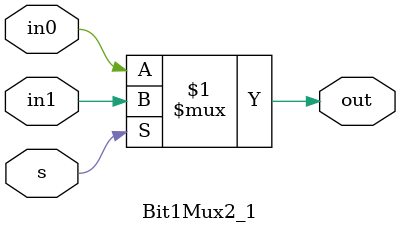
<source format=v>
/**************************************************************************************************
PURPOSE: Given two one bit inputs choose between the two with a select input.
**************************************************************************************************/
module Bit1Mux2_1 (in0, in1, s, out);
input in0;
input in1;
input s;

output out;

assign out = s ? in1 : in0;

endmodule

</source>
